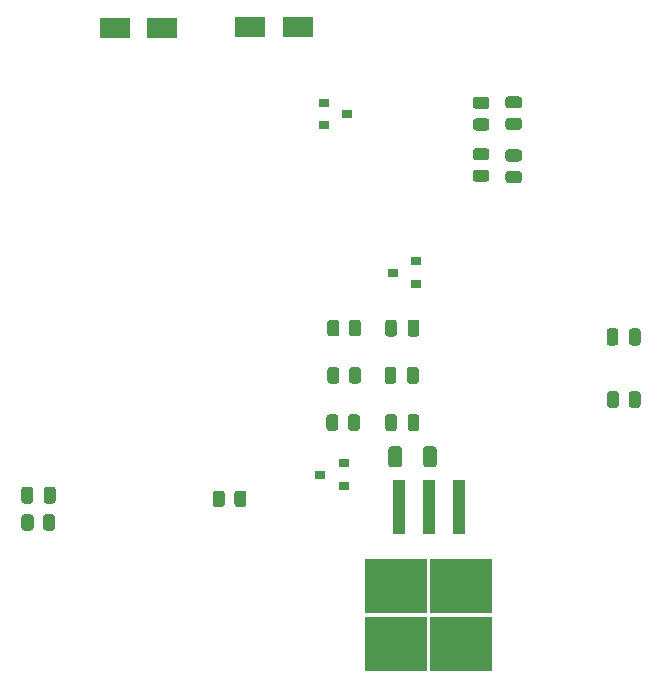
<source format=gbr>
%TF.GenerationSoftware,KiCad,Pcbnew,(5.1.9)-1*%
%TF.CreationDate,2021-02-05T08:09:48+01:00*%
%TF.ProjectId,Spotwelderix-controlboard,53706f74-7765-46c6-9465-7269782d636f,v01*%
%TF.SameCoordinates,Original*%
%TF.FileFunction,Paste,Top*%
%TF.FilePolarity,Positive*%
%FSLAX46Y46*%
G04 Gerber Fmt 4.6, Leading zero omitted, Abs format (unit mm)*
G04 Created by KiCad (PCBNEW (5.1.9)-1) date 2021-02-05 08:09:48*
%MOMM*%
%LPD*%
G01*
G04 APERTURE LIST*
%ADD10R,0.900000X0.800000*%
%ADD11R,2.500000X1.800000*%
%ADD12R,5.250000X4.550000*%
%ADD13R,1.100000X4.600000*%
G04 APERTURE END LIST*
%TO.C,R14*%
G36*
G01*
X30337500Y-66950001D02*
X30337500Y-66049999D01*
G75*
G02*
X30587499Y-65800000I249999J0D01*
G01*
X31112501Y-65800000D01*
G75*
G02*
X31362500Y-66049999I0J-249999D01*
G01*
X31362500Y-66950001D01*
G75*
G02*
X31112501Y-67200000I-249999J0D01*
G01*
X30587499Y-67200000D01*
G75*
G02*
X30337500Y-66950001I0J249999D01*
G01*
G37*
G36*
G01*
X28512500Y-66950001D02*
X28512500Y-66049999D01*
G75*
G02*
X28762499Y-65800000I249999J0D01*
G01*
X29287501Y-65800000D01*
G75*
G02*
X29537500Y-66049999I0J-249999D01*
G01*
X29537500Y-66950001D01*
G75*
G02*
X29287501Y-67200000I-249999J0D01*
G01*
X28762499Y-67200000D01*
G75*
G02*
X28512500Y-66950001I0J249999D01*
G01*
G37*
%TD*%
%TO.C,R12*%
G36*
G01*
X79912500Y-56550001D02*
X79912500Y-55649999D01*
G75*
G02*
X80162499Y-55400000I249999J0D01*
G01*
X80687501Y-55400000D01*
G75*
G02*
X80937500Y-55649999I0J-249999D01*
G01*
X80937500Y-56550001D01*
G75*
G02*
X80687501Y-56800000I-249999J0D01*
G01*
X80162499Y-56800000D01*
G75*
G02*
X79912500Y-56550001I0J249999D01*
G01*
G37*
G36*
G01*
X78087500Y-56550001D02*
X78087500Y-55649999D01*
G75*
G02*
X78337499Y-55400000I249999J0D01*
G01*
X78862501Y-55400000D01*
G75*
G02*
X79112500Y-55649999I0J-249999D01*
G01*
X79112500Y-56550001D01*
G75*
G02*
X78862501Y-56800000I-249999J0D01*
G01*
X78337499Y-56800000D01*
G75*
G02*
X78087500Y-56550001I0J249999D01*
G01*
G37*
%TD*%
%TO.C,R11*%
G36*
G01*
X46537500Y-64950001D02*
X46537500Y-64049999D01*
G75*
G02*
X46787499Y-63800000I249999J0D01*
G01*
X47312501Y-63800000D01*
G75*
G02*
X47562500Y-64049999I0J-249999D01*
G01*
X47562500Y-64950001D01*
G75*
G02*
X47312501Y-65200000I-249999J0D01*
G01*
X46787499Y-65200000D01*
G75*
G02*
X46537500Y-64950001I0J249999D01*
G01*
G37*
G36*
G01*
X44712500Y-64950001D02*
X44712500Y-64049999D01*
G75*
G02*
X44962499Y-63800000I249999J0D01*
G01*
X45487501Y-63800000D01*
G75*
G02*
X45737500Y-64049999I0J-249999D01*
G01*
X45737500Y-64950001D01*
G75*
G02*
X45487501Y-65200000I-249999J0D01*
G01*
X44962499Y-65200000D01*
G75*
G02*
X44712500Y-64950001I0J249999D01*
G01*
G37*
%TD*%
D10*
%TO.C,Q5*%
X56100000Y-31900000D03*
X54100000Y-32850000D03*
X54100000Y-30950000D03*
%TD*%
%TO.C,Q2*%
X59950000Y-45350000D03*
X61950000Y-44400000D03*
X61950000Y-46300000D03*
%TD*%
%TO.C,Q1*%
X53800000Y-62450000D03*
X55800000Y-61500000D03*
X55800000Y-63400000D03*
%TD*%
%TO.C,C7*%
G36*
G01*
X30400000Y-64675000D02*
X30400000Y-63725000D01*
G75*
G02*
X30650000Y-63475000I250000J0D01*
G01*
X31150000Y-63475000D01*
G75*
G02*
X31400000Y-63725000I0J-250000D01*
G01*
X31400000Y-64675000D01*
G75*
G02*
X31150000Y-64925000I-250000J0D01*
G01*
X30650000Y-64925000D01*
G75*
G02*
X30400000Y-64675000I0J250000D01*
G01*
G37*
G36*
G01*
X28500000Y-64675000D02*
X28500000Y-63725000D01*
G75*
G02*
X28750000Y-63475000I250000J0D01*
G01*
X29250000Y-63475000D01*
G75*
G02*
X29500000Y-63725000I0J-250000D01*
G01*
X29500000Y-64675000D01*
G75*
G02*
X29250000Y-64925000I-250000J0D01*
G01*
X28750000Y-64925000D01*
G75*
G02*
X28500000Y-64675000I0J250000D01*
G01*
G37*
%TD*%
D11*
%TO.C,D3*%
X36400000Y-24650000D03*
X40400000Y-24650000D03*
%TD*%
%TO.C,D2*%
X47900000Y-24550000D03*
X51900000Y-24550000D03*
%TD*%
%TO.C,R1*%
G36*
G01*
X55437500Y-49599999D02*
X55437500Y-50500001D01*
G75*
G02*
X55187501Y-50750000I-249999J0D01*
G01*
X54662499Y-50750000D01*
G75*
G02*
X54412500Y-50500001I0J249999D01*
G01*
X54412500Y-49599999D01*
G75*
G02*
X54662499Y-49350000I249999J0D01*
G01*
X55187501Y-49350000D01*
G75*
G02*
X55437500Y-49599999I0J-249999D01*
G01*
G37*
G36*
G01*
X57262500Y-49599999D02*
X57262500Y-50500001D01*
G75*
G02*
X57012501Y-50750000I-249999J0D01*
G01*
X56487499Y-50750000D01*
G75*
G02*
X56237500Y-50500001I0J249999D01*
G01*
X56237500Y-49599999D01*
G75*
G02*
X56487499Y-49350000I249999J0D01*
G01*
X57012501Y-49350000D01*
G75*
G02*
X57262500Y-49599999I0J-249999D01*
G01*
G37*
%TD*%
%TO.C,C5*%
G36*
G01*
X62525000Y-61600001D02*
X62525000Y-60299999D01*
G75*
G02*
X62774999Y-60050000I249999J0D01*
G01*
X63425001Y-60050000D01*
G75*
G02*
X63675000Y-60299999I0J-249999D01*
G01*
X63675000Y-61600001D01*
G75*
G02*
X63425001Y-61850000I-249999J0D01*
G01*
X62774999Y-61850000D01*
G75*
G02*
X62525000Y-61600001I0J249999D01*
G01*
G37*
G36*
G01*
X59575000Y-61600001D02*
X59575000Y-60299999D01*
G75*
G02*
X59824999Y-60050000I249999J0D01*
G01*
X60475001Y-60050000D01*
G75*
G02*
X60725000Y-60299999I0J-249999D01*
G01*
X60725000Y-61600001D01*
G75*
G02*
X60475001Y-61850000I-249999J0D01*
G01*
X59824999Y-61850000D01*
G75*
G02*
X59575000Y-61600001I0J249999D01*
G01*
G37*
%TD*%
%TO.C,R3*%
G36*
G01*
X55350000Y-57599999D02*
X55350000Y-58500001D01*
G75*
G02*
X55100001Y-58750000I-249999J0D01*
G01*
X54574999Y-58750000D01*
G75*
G02*
X54325000Y-58500001I0J249999D01*
G01*
X54325000Y-57599999D01*
G75*
G02*
X54574999Y-57350000I249999J0D01*
G01*
X55100001Y-57350000D01*
G75*
G02*
X55350000Y-57599999I0J-249999D01*
G01*
G37*
G36*
G01*
X57175000Y-57599999D02*
X57175000Y-58500001D01*
G75*
G02*
X56925001Y-58750000I-249999J0D01*
G01*
X56399999Y-58750000D01*
G75*
G02*
X56150000Y-58500001I0J249999D01*
G01*
X56150000Y-57599999D01*
G75*
G02*
X56399999Y-57350000I249999J0D01*
G01*
X56925001Y-57350000D01*
G75*
G02*
X57175000Y-57599999I0J-249999D01*
G01*
G37*
%TD*%
%TO.C,C3*%
G36*
G01*
X60300000Y-57575000D02*
X60300000Y-58525000D01*
G75*
G02*
X60050000Y-58775000I-250000J0D01*
G01*
X59550000Y-58775000D01*
G75*
G02*
X59300000Y-58525000I0J250000D01*
G01*
X59300000Y-57575000D01*
G75*
G02*
X59550000Y-57325000I250000J0D01*
G01*
X60050000Y-57325000D01*
G75*
G02*
X60300000Y-57575000I0J-250000D01*
G01*
G37*
G36*
G01*
X62200000Y-57575000D02*
X62200000Y-58525000D01*
G75*
G02*
X61950000Y-58775000I-250000J0D01*
G01*
X61450000Y-58775000D01*
G75*
G02*
X61200000Y-58525000I0J250000D01*
G01*
X61200000Y-57575000D01*
G75*
G02*
X61450000Y-57325000I250000J0D01*
G01*
X61950000Y-57325000D01*
G75*
G02*
X62200000Y-57575000I0J-250000D01*
G01*
G37*
%TD*%
%TO.C,C2*%
G36*
G01*
X61150000Y-54525000D02*
X61150000Y-53575000D01*
G75*
G02*
X61400000Y-53325000I250000J0D01*
G01*
X61900000Y-53325000D01*
G75*
G02*
X62150000Y-53575000I0J-250000D01*
G01*
X62150000Y-54525000D01*
G75*
G02*
X61900000Y-54775000I-250000J0D01*
G01*
X61400000Y-54775000D01*
G75*
G02*
X61150000Y-54525000I0J250000D01*
G01*
G37*
G36*
G01*
X59250000Y-54525000D02*
X59250000Y-53575000D01*
G75*
G02*
X59500000Y-53325000I250000J0D01*
G01*
X60000000Y-53325000D01*
G75*
G02*
X60250000Y-53575000I0J-250000D01*
G01*
X60250000Y-54525000D01*
G75*
G02*
X60000000Y-54775000I-250000J0D01*
G01*
X59500000Y-54775000D01*
G75*
G02*
X59250000Y-54525000I0J250000D01*
G01*
G37*
%TD*%
%TO.C,C1*%
G36*
G01*
X60300000Y-49575000D02*
X60300000Y-50525000D01*
G75*
G02*
X60050000Y-50775000I-250000J0D01*
G01*
X59550000Y-50775000D01*
G75*
G02*
X59300000Y-50525000I0J250000D01*
G01*
X59300000Y-49575000D01*
G75*
G02*
X59550000Y-49325000I250000J0D01*
G01*
X60050000Y-49325000D01*
G75*
G02*
X60300000Y-49575000I0J-250000D01*
G01*
G37*
G36*
G01*
X62200000Y-49575000D02*
X62200000Y-50525000D01*
G75*
G02*
X61950000Y-50775000I-250000J0D01*
G01*
X61450000Y-50775000D01*
G75*
G02*
X61200000Y-50525000I0J250000D01*
G01*
X61200000Y-49575000D01*
G75*
G02*
X61450000Y-49325000I250000J0D01*
G01*
X61950000Y-49325000D01*
G75*
G02*
X62200000Y-49575000I0J-250000D01*
G01*
G37*
%TD*%
%TO.C,R2*%
G36*
G01*
X55437500Y-53599999D02*
X55437500Y-54500001D01*
G75*
G02*
X55187501Y-54750000I-249999J0D01*
G01*
X54662499Y-54750000D01*
G75*
G02*
X54412500Y-54500001I0J249999D01*
G01*
X54412500Y-53599999D01*
G75*
G02*
X54662499Y-53350000I249999J0D01*
G01*
X55187501Y-53350000D01*
G75*
G02*
X55437500Y-53599999I0J-249999D01*
G01*
G37*
G36*
G01*
X57262500Y-53599999D02*
X57262500Y-54500001D01*
G75*
G02*
X57012501Y-54750000I-249999J0D01*
G01*
X56487499Y-54750000D01*
G75*
G02*
X56237500Y-54500001I0J249999D01*
G01*
X56237500Y-53599999D01*
G75*
G02*
X56487499Y-53350000I249999J0D01*
G01*
X57012501Y-53350000D01*
G75*
G02*
X57262500Y-53599999I0J-249999D01*
G01*
G37*
%TD*%
%TO.C,R6*%
G36*
G01*
X66977999Y-32298500D02*
X67878001Y-32298500D01*
G75*
G02*
X68128000Y-32548499I0J-249999D01*
G01*
X68128000Y-33073501D01*
G75*
G02*
X67878001Y-33323500I-249999J0D01*
G01*
X66977999Y-33323500D01*
G75*
G02*
X66728000Y-33073501I0J249999D01*
G01*
X66728000Y-32548499D01*
G75*
G02*
X66977999Y-32298500I249999J0D01*
G01*
G37*
G36*
G01*
X66977999Y-30473500D02*
X67878001Y-30473500D01*
G75*
G02*
X68128000Y-30723499I0J-249999D01*
G01*
X68128000Y-31248501D01*
G75*
G02*
X67878001Y-31498500I-249999J0D01*
G01*
X66977999Y-31498500D01*
G75*
G02*
X66728000Y-31248501I0J249999D01*
G01*
X66728000Y-30723499D01*
G75*
G02*
X66977999Y-30473500I249999J0D01*
G01*
G37*
%TD*%
%TO.C,C6*%
G36*
G01*
X79950000Y-51275000D02*
X79950000Y-50325000D01*
G75*
G02*
X80200000Y-50075000I250000J0D01*
G01*
X80700000Y-50075000D01*
G75*
G02*
X80950000Y-50325000I0J-250000D01*
G01*
X80950000Y-51275000D01*
G75*
G02*
X80700000Y-51525000I-250000J0D01*
G01*
X80200000Y-51525000D01*
G75*
G02*
X79950000Y-51275000I0J250000D01*
G01*
G37*
G36*
G01*
X78050000Y-51275000D02*
X78050000Y-50325000D01*
G75*
G02*
X78300000Y-50075000I250000J0D01*
G01*
X78800000Y-50075000D01*
G75*
G02*
X79050000Y-50325000I0J-250000D01*
G01*
X79050000Y-51275000D01*
G75*
G02*
X78800000Y-51525000I-250000J0D01*
G01*
X78300000Y-51525000D01*
G75*
G02*
X78050000Y-51275000I0J250000D01*
G01*
G37*
%TD*%
%TO.C,R9*%
G36*
G01*
X69737999Y-36749500D02*
X70638001Y-36749500D01*
G75*
G02*
X70888000Y-36999499I0J-249999D01*
G01*
X70888000Y-37524501D01*
G75*
G02*
X70638001Y-37774500I-249999J0D01*
G01*
X69737999Y-37774500D01*
G75*
G02*
X69488000Y-37524501I0J249999D01*
G01*
X69488000Y-36999499D01*
G75*
G02*
X69737999Y-36749500I249999J0D01*
G01*
G37*
G36*
G01*
X69737999Y-34924500D02*
X70638001Y-34924500D01*
G75*
G02*
X70888000Y-35174499I0J-249999D01*
G01*
X70888000Y-35699501D01*
G75*
G02*
X70638001Y-35949500I-249999J0D01*
G01*
X69737999Y-35949500D01*
G75*
G02*
X69488000Y-35699501I0J249999D01*
G01*
X69488000Y-35174499D01*
G75*
G02*
X69737999Y-34924500I249999J0D01*
G01*
G37*
%TD*%
D12*
%TO.C,U3*%
X60215000Y-71925000D03*
X65765000Y-76775000D03*
X65765000Y-71925000D03*
X60215000Y-76775000D03*
D13*
X60450000Y-65200000D03*
X62990000Y-65200000D03*
X65530000Y-65200000D03*
%TD*%
%TO.C,R8*%
G36*
G01*
X69737999Y-32248000D02*
X70638001Y-32248000D01*
G75*
G02*
X70888000Y-32497999I0J-249999D01*
G01*
X70888000Y-33023001D01*
G75*
G02*
X70638001Y-33273000I-249999J0D01*
G01*
X69737999Y-33273000D01*
G75*
G02*
X69488000Y-33023001I0J249999D01*
G01*
X69488000Y-32497999D01*
G75*
G02*
X69737999Y-32248000I249999J0D01*
G01*
G37*
G36*
G01*
X69737999Y-30423000D02*
X70638001Y-30423000D01*
G75*
G02*
X70888000Y-30672999I0J-249999D01*
G01*
X70888000Y-31198001D01*
G75*
G02*
X70638001Y-31448000I-249999J0D01*
G01*
X69737999Y-31448000D01*
G75*
G02*
X69488000Y-31198001I0J249999D01*
G01*
X69488000Y-30672999D01*
G75*
G02*
X69737999Y-30423000I249999J0D01*
G01*
G37*
%TD*%
%TO.C,R7*%
G36*
G01*
X66977999Y-36649500D02*
X67878001Y-36649500D01*
G75*
G02*
X68128000Y-36899499I0J-249999D01*
G01*
X68128000Y-37424501D01*
G75*
G02*
X67878001Y-37674500I-249999J0D01*
G01*
X66977999Y-37674500D01*
G75*
G02*
X66728000Y-37424501I0J249999D01*
G01*
X66728000Y-36899499D01*
G75*
G02*
X66977999Y-36649500I249999J0D01*
G01*
G37*
G36*
G01*
X66977999Y-34824500D02*
X67878001Y-34824500D01*
G75*
G02*
X68128000Y-35074499I0J-249999D01*
G01*
X68128000Y-35599501D01*
G75*
G02*
X67878001Y-35849500I-249999J0D01*
G01*
X66977999Y-35849500D01*
G75*
G02*
X66728000Y-35599501I0J249999D01*
G01*
X66728000Y-35074499D01*
G75*
G02*
X66977999Y-34824500I249999J0D01*
G01*
G37*
%TD*%
M02*

</source>
